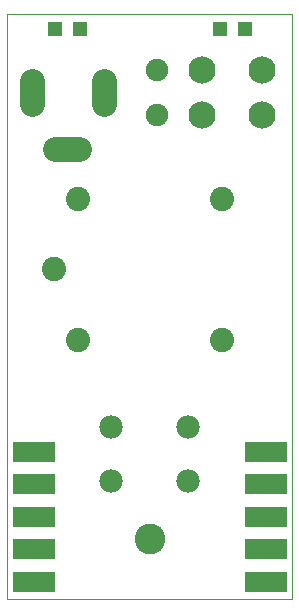
<source format=gts>
G75*
G70*
%OFA0B0*%
%FSLAX24Y24*%
%IPPOS*%
%LPD*%
%AMOC8*
5,1,8,0,0,1.08239X$1,22.5*
%
%ADD10C,0.0000*%
%ADD11C,0.1024*%
%ADD12R,0.1418X0.0709*%
%ADD13C,0.0827*%
%ADD14C,0.0808*%
%ADD15C,0.0752*%
%ADD16C,0.0906*%
%ADD17R,0.0512X0.0512*%
%ADD18C,0.0780*%
D10*
X004680Y004050D02*
X014180Y004050D01*
X014180Y023550D01*
X004680Y023550D01*
X004680Y004050D01*
D11*
X009430Y006050D03*
D12*
X005560Y005720D03*
X005560Y006800D03*
X005560Y007880D03*
X005560Y008960D03*
X005560Y004640D03*
X013300Y004640D03*
X013300Y005720D03*
X013300Y006800D03*
X013300Y007880D03*
X013300Y008960D03*
D13*
X007074Y019060D02*
X006286Y019060D01*
X005499Y020556D02*
X005499Y021344D01*
X007900Y021344D02*
X007900Y020556D01*
D14*
X007042Y017412D03*
X006255Y015050D03*
X007042Y012688D03*
X011845Y012688D03*
X011845Y017412D03*
D15*
X009680Y020200D03*
X009680Y021700D03*
D16*
X011180Y021700D03*
X011180Y020200D03*
X013180Y020200D03*
X013180Y021700D03*
D17*
X012593Y023050D03*
X011767Y023050D03*
X007093Y023050D03*
X006267Y023050D03*
D18*
X008150Y009790D03*
X008150Y008010D03*
X010710Y008010D03*
X010710Y009790D03*
M02*

</source>
